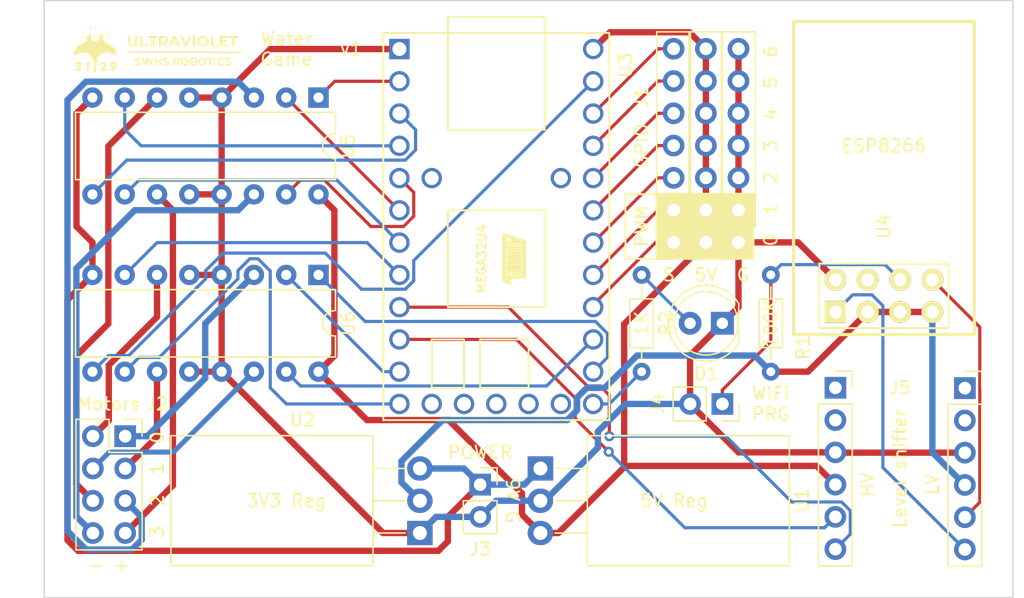
<source format=kicad_pcb>
(kicad_pcb (version 20211014) (generator pcbnew)
  (layers (0 "F.Cu" signal) (31 "B.Cu" signal) (34 "B.Paste" user) (35 "F.Paste" user) (36 "B.SilkS" user "B.Silkscreen") (37 "F.SilkS" user "F.Silkscreen") (38 "B.Mask" user) (39 "F.Mask" user) (44 "Edge.Cuts" user))
  (net 0 "")
  (net 1 "Net-(J1A1-Pad1)")
  (net 2 "Net-(J1A1-Pad2)")
  (net 3 "Net-(J1A1-Pad3)")
  (net 4 "Net-(J1A1-Pad4)")
  (net 5 "Net-(J1A1-Pad5)")
  (net 6 "Net-(J1A1-Pad6)")
  (net 7 "Net-(J1A1-Pad7)")
  (net 8 "Net-(J1B1-Pad1)")
  (net 9 "Net-(J1C1-Pad7)")
  (net 10 "Net-(J2-Pad5)")
  (net 11 "Net-(J2-Pad7)")
  (net 12 "Net-(J2-Pad8)")
  (net 13 "Net-(J3-Pad1)")
  (net 14 "Net-(J4-Pad1)")
  (net 17 "Net-(J5A1-Pad5)")
  (net 18 "Net-(J5A1-Pad6)")
  (net 21 "Net-(J5A2-Pad4)")
  (net 22 "Net-(J5A2-Pad5)")
  (net 23 "Net-(J5A2-Pad6)")
  (net 25 "Net-(U3-Pad3)")
  (net 26 "Net-(U3-Pad4)")
  (net 27 "Net-(U3-Pad5)")
  (net 28 "Net-(U3-Pad6)")
  (net 29 "Net-(U3-Pad7)")
  (net 30 "Net-(U3-Pad8)")
  (net 31 "Net-(U3-Pad11)")
  (net 32 "Net-(U3-Pad12)")
  (net 37 "Net-(R2-Pad1)")
  (net 38 "Net-(U3-Pad19)")
  (net 39 "Net-(U3-Pad20)")
  (net 40 "Net-(U3-Pad28)")
  (net 43 "Net-(U6-Pad3)")
  (net 44 "Net-(U6-Pad6)")
  (net 45 "Net-(U6-Pad11)")
  (net 46 "Net-(U6-Pad14)")
  (net 47 "Net-(U5-Pad6)")
  (net 48 "Net-(U3-Pad2)")
  (net 50 "Net-(U3-Pad18)")
  (footprint "Connector_PinSocket_2.54mm:PinSocket_1x02_P2.54mm_Vertical" (layer "F.Cu") (at 130.81 78.74 -90)
    (fp_text reference "J4" (at 0 5.08 -90) (layer "F.SilkS"))
    (fp_text value "Conn_01x02")
    (pad "1" thru_hole rect (at 0 0 270) (size 1.7 1.7) (drill 1) (layers *.Cu *.Mask) (net 14 "Net-(J4-Pad1)"))
    (pad "2" thru_hole oval (at 0 2.54 270) (size 1.7 1.7) (drill 1) (layers *.Cu *.Mask) (net 9 "Net-(J1C1-Pad7)"))
  )
  (footprint "Connector_PinSocket_2.54mm:PinSocket_1x07_P2.54mm_Vertical" (layer "F.Cu") (at 129.515 66.02 180)
    (fp_text reference "J1B1" hide)
    (fp_text value "Conn_01x07")
    (pad "1" thru_hole rect (at 0 0 180) (size 1.7 1.7) (drill 1) (layers *.Cu *.Mask) (net 8 "Net-(J1B1-Pad1)"))
    (pad "2" thru_hole oval (at 0 2.54 180) (size 1.7 1.7) (drill 1) (layers *.Cu *.Mask) (net 8 "Net-(J1B1-Pad1)"))
    (pad "3" thru_hole oval (at 0 5.08 180) (size 1.7 1.7) (drill 1) (layers *.Cu *.Mask) (net 8 "Net-(J1B1-Pad1)"))
    (pad "4" thru_hole oval (at 0 7.62 180) (size 1.7 1.7) (drill 1) (layers *.Cu *.Mask) (net 8 "Net-(J1B1-Pad1)"))
    (pad "5" thru_hole oval (at 0 10.16 180) (size 1.7 1.7) (drill 1) (layers *.Cu *.Mask) (net 8 "Net-(J1B1-Pad1)"))
    (pad "6" thru_hole oval (at 0 12.7 180) (size 1.7 1.7) (drill 1) (layers *.Cu *.Mask) (net 8 "Net-(J1B1-Pad1)"))
    (pad "7" thru_hole oval (at 0 15.24 180) (size 1.7 1.7) (drill 1) (layers *.Cu *.Mask) (net 8 "Net-(J1B1-Pad1)"))
  )
  (footprint "Resistor_THT:R_Axial_DIN0204_L3.6mm_D1.6mm_P7.62mm_Horizontal" (layer "F.Cu") (at 124.46 68.58 -90)
    (fp_text reference "R2" (at 3.81 -1.92 90) (layer "F.SilkS"))
    (fp_text value "R")
    (pad "1" thru_hole circle (at 0 0 270) (size 1.4 1.4) (drill 0.7) (layers *.Cu *.Mask) (net 37 "Net-(R2-Pad1)"))
    (pad "2" thru_hole oval (at 7.62 0 270) (size 1.4 1.4) (drill 0.7) (layers *.Cu *.Mask) (net 50 "Net-(U3-Pad18)"))
  )
  (footprint "Connector_PinSocket_2.54mm:PinSocket_1x02_P2.54mm_Vertical" (layer "F.Cu") (at 111.76 85.09)
    (fp_text reference "J3" hide)
    (fp_text value "Conn_01x02")
    (pad "1" thru_hole rect (at 0 0) (size 1.7 1.7) (drill 1) (layers *.Cu *.Mask) (net 13 "Net-(J3-Pad1)"))
    (pad "2" thru_hole oval (at 0 2.54) (size 1.7 1.7) (drill 1) (layers *.Cu *.Mask) (net 9 "Net-(J1C1-Pad7)"))
  )
  (footprint "LED_THT:LED_D5.0mm" (layer "F.Cu") (at 130.81 72.39 180)
    (fp_text reference "D1" (at 1.27 -3.96) (layer "F.SilkS"))
    (fp_text value "LED")
    (pad "1" thru_hole rect (at 0 0 180) (size 1.8 1.8) (drill 0.9) (layers *.Cu *.Mask) (net 9 "Net-(J1C1-Pad7)"))
    (pad "2" thru_hole circle (at 2.54 0 180) (size 1.8 1.8) (drill 0.9) (layers *.Cu *.Mask) (net 37 "Net-(R2-Pad1)"))
  )
  (footprint "Connector_PinSocket_2.54mm:PinSocket_2x04_P2.54mm_Vertical" (layer "F.Cu") (at 83.84 81.28)
    (fp_text reference "J2" (at 2.52 -2.54) (layer "F.SilkS"))
    (fp_text value "Conn_02x04_Odd_Even")
    (pad "1" thru_hole rect (at 0 0) (size 1.7 1.7) (drill 1) (layers *.Cu *.Mask) (net 43 "Net-(U6-Pad3)"))
    (pad "2" thru_hole oval (at -2.54 0) (size 1.7 1.7) (drill 1) (layers *.Cu *.Mask) (net 44 "Net-(U6-Pad6)"))
    (pad "3" thru_hole oval (at 0 2.54) (size 1.7 1.7) (drill 1) (layers *.Cu *.Mask) (net 45 "Net-(U6-Pad11)"))
    (pad "4" thru_hole oval (at -2.54 2.54) (size 1.7 1.7) (drill 1) (layers *.Cu *.Mask) (net 46 "Net-(U6-Pad14)"))
    (pad "5" thru_hole oval (at 0 5.08) (size 1.7 1.7) (drill 1) (layers *.Cu *.Mask) (net 10 "Net-(J2-Pad5)"))
    (pad "6" thru_hole oval (at -2.54 5.08) (size 1.7 1.7) (drill 1) (layers *.Cu *.Mask) (net 47 "Net-(U5-Pad6)"))
    (pad "7" thru_hole oval (at 0 7.62) (size 1.7 1.7) (drill 1) (layers *.Cu *.Mask) (net 11 "Net-(J2-Pad7)"))
    (pad "8" thru_hole oval (at -2.54 7.62) (size 1.7 1.7) (drill 1) (layers *.Cu *.Mask) (net 12 "Net-(J2-Pad8)"))
  )
  (footprint "Connector_PinSocket_2.54mm:PinSocket_1x06_P2.54mm_Vertical" (layer "F.Cu") (at 149.885 77.495)
    (fp_text reference "J5A2" hide)
    (fp_text value "Conn_01x06")
    (pad "1" thru_hole rect (at 0 0) (size 1.7 1.7) (drill 1) (layers *.Cu *.Mask))
    (pad "2" thru_hole oval (at 0 2.54) (size 1.7 1.7) (drill 1) (layers *.Cu *.Mask))
    (pad "3" thru_hole oval (at 0 5.08) (size 1.7 1.7) (drill 1) (layers *.Cu *.Mask) (net 9 "Net-(J1C1-Pad7)"))
    (pad "4" thru_hole oval (at 0 7.62) (size 1.7 1.7) (drill 1) (layers *.Cu *.Mask) (net 21 "Net-(J5A2-Pad4)"))
    (pad "5" thru_hole oval (at 0 10.16) (size 1.7 1.7) (drill 1) (layers *.Cu *.Mask) (net 22 "Net-(J5A2-Pad5)"))
    (pad "6" thru_hole oval (at 0 12.7) (size 1.7 1.7) (drill 1) (layers *.Cu *.Mask) (net 23 "Net-(J5A2-Pad6)"))
  )
  (footprint "Connector_PinSocket_2.54mm:PinSocket_1x07_P2.54mm_Vertical" (layer "F.Cu") (at 132.08 66.02 180)
    (fp_text reference "J1C1" hide)
    (fp_text value "Conn_01x07")
    (pad "1" thru_hole rect (at 0 0 180) (size 1.7 1.7) (drill 1) (layers *.Cu *.Mask) (net 9 "Net-(J1C1-Pad7)"))
    (pad "2" thru_hole oval (at 0 2.54 180) (size 1.7 1.7) (drill 1) (layers *.Cu *.Mask) (net 9 "Net-(J1C1-Pad7)"))
    (pad "3" thru_hole oval (at 0 5.08 180) (size 1.7 1.7) (drill 1) (layers *.Cu *.Mask) (net 9 "Net-(J1C1-Pad7)"))
    (pad "4" thru_hole oval (at 0 7.62 180) (size 1.7 1.7) (drill 1) (layers *.Cu *.Mask) (net 9 "Net-(J1C1-Pad7)"))
    (pad "5" thru_hole oval (at 0 10.16 180) (size 1.7 1.7) (drill 1) (layers *.Cu *.Mask) (net 9 "Net-(J1C1-Pad7)"))
    (pad "6" thru_hole oval (at 0 12.7 180) (size 1.7 1.7) (drill 1) (layers *.Cu *.Mask) (net 9 "Net-(J1C1-Pad7)"))
    (pad "7" thru_hole oval (at 0 15.24 180) (size 1.7 1.7) (drill 1) (layers *.Cu *.Mask) (net 9 "Net-(J1C1-Pad7)"))
  )
  (footprint "Connector_PinSocket_2.54mm:PinSocket_1x06_P2.54mm_Vertical" (layer "F.Cu") (at 139.7 77.47)
    (fp_text reference "J5A1" hide)
    (fp_text value "Conn_01x06")
    (pad "1" thru_hole rect (at 0 0) (size 1.7 1.7) (drill 1) (layers *.Cu *.Mask))
    (pad "2" thru_hole oval (at 0 2.54) (size 1.7 1.7) (drill 1) (layers *.Cu *.Mask))
    (pad "3" thru_hole oval (at 0 5.08) (size 1.7 1.7) (drill 1) (layers *.Cu *.Mask) (net 9 "Net-(J1C1-Pad7)"))
    (pad "4" thru_hole oval (at 0 7.62) (size 1.7 1.7) (drill 1) (layers *.Cu *.Mask) (net 8 "Net-(J1B1-Pad1)"))
    (pad "5" thru_hole oval (at 0 10.16) (size 1.7 1.7) (drill 1) (layers *.Cu *.Mask) (net 17 "Net-(J5A1-Pad5)"))
    (pad "6" thru_hole oval (at 0 12.7) (size 1.7 1.7) (drill 1) (layers *.Cu *.Mask) (net 18 "Net-(J5A1-Pad6)"))
  )
  (footprint "graphics:logo_inverted_small" (layer "F.Cu") (at 86.36 50.8)
    (fp_text reference "G***" hide)
    (fp_text value "LOGO" hide)
  )
  (footprint "Resistor_THT:R_Axial_DIN0204_L3.6mm_D1.6mm_P7.62mm_Horizontal" (layer "F.Cu") (at 134.62 68.58 -90)
    (fp_text reference "R1" (at 5.73 -2.54 -270) (layer "F.SilkS"))
    (fp_text value "R")
    (pad "1" thru_hole circle (at 0 0 270) (size 1.4 1.4) (drill 0.7) (layers *.Cu *.Mask) (net 14 "Net-(J4-Pad1)"))
    (pad "2" thru_hole oval (at 7.62 0 270) (size 1.4 1.4) (drill 0.7) (layers *.Cu *.Mask) (net 21 "Net-(J5A2-Pad4)"))
  )
  (footprint "Connector_PinSocket_2.54mm:PinSocket_1x07_P2.54mm_Vertical" (layer "F.Cu") (at 126.975 66.02 180)
    (fp_text reference "J1A1" hide)
    (fp_text value "Conn_01x07")
    (pad "1" thru_hole rect (at 0 0 180) (size 1.7 1.7) (drill 1) (layers *.Cu *.Mask) (net 1 "Net-(J1A1-Pad1)"))
    (pad "2" thru_hole oval (at 0 2.54 180) (size 1.7 1.7) (drill 1) (layers *.Cu *.Mask) (net 2 "Net-(J1A1-Pad2)"))
    (pad "3" thru_hole oval (at 0 5.08 180) (size 1.7 1.7) (drill 1) (layers *.Cu *.Mask) (net 3 "Net-(J1A1-Pad3)"))
    (pad "4" thru_hole oval (at 0 7.62 180) (size 1.7 1.7) (drill 1) (layers *.Cu *.Mask) (net 4 "Net-(J1A1-Pad4)"))
    (pad "5" thru_hole oval (at 0 10.16 180) (size 1.7 1.7) (drill 1) (layers *.Cu *.Mask) (net 5 "Net-(J1A1-Pad5)"))
    (pad "6" thru_hole oval (at 0 12.7 180) (size 1.7 1.7) (drill 1) (layers *.Cu *.Mask) (net 6 "Net-(J1A1-Pad6)"))
    (pad "7" thru_hole oval (at 0 15.24 180) (size 1.7 1.7) (drill 1) (layers *.Cu *.Mask) (net 7 "Net-(J1A1-Pad7)"))
  )
  (footprint "Package_DIP:DIP-16_W7.62mm" (layer "F.Cu") (at 99.045 54.62 -90)
    (fp_text reference "U5" (at 3.81 -2.33 90) (layer "F.SilkS"))
    (fp_text value "L293D")
    (pad "1" thru_hole rect (at 0 0 270) (size 1.6 1.6) (drill 0.8) (layers *.Cu *.Mask) (net 48 "Net-(U3-Pad2)"))
    (pad "2" thru_hole oval (at 0 2.54 270) (size 1.6 1.6) (drill 0.8) (layers *.Cu *.Mask) (net 28 "Net-(U3-Pad6)"))
    (pad "3" thru_hole oval (at 0 5.08 270) (size 1.6 1.6) (drill 0.8) (layers *.Cu *.Mask) (net 10 "Net-(J2-Pad5)"))
    (pad "4" thru_hole oval (at 0 7.62 270) (size 1.6 1.6) (drill 0.8) (layers *.Cu *.Mask) (net 9 "Net-(J1C1-Pad7)"))
    (pad "5" thru_hole oval (at 0 10.16 270) (size 1.6 1.6) (drill 0.8) (layers *.Cu *.Mask) (net 9 "Net-(J1C1-Pad7)"))
    (pad "6" thru_hole oval (at 0 12.7 270) (size 1.6 1.6) (drill 0.8) (layers *.Cu *.Mask) (net 47 "Net-(U5-Pad6)"))
    (pad "7" thru_hole oval (at 0 15.24 270) (size 1.6 1.6) (drill 0.8) (layers *.Cu *.Mask) (net 26 "Net-(U3-Pad4)"))
    (pad "8" thru_hole oval (at 0 17.78 270) (size 1.6 1.6) (drill 0.8) (layers *.Cu *.Mask) (net 13 "Net-(J3-Pad1)"))
    (pad "9" thru_hole oval (at 7.62 17.78 270) (size 1.6 1.6) (drill 0.8) (layers *.Cu *.Mask) (net 25 "Net-(U3-Pad3)"))
    (pad "10" thru_hole oval (at 7.62 15.24 270) (size 1.6 1.6) (drill 0.8) (layers *.Cu *.Mask) (net 29 "Net-(U3-Pad7)"))
    (pad "11" thru_hole oval (at 7.62 12.7 270) (size 1.6 1.6) (drill 0.8) (layers *.Cu *.Mask) (net 11 "Net-(J2-Pad7)"))
    (pad "12" thru_hole oval (at 7.62 10.16 270) (size 1.6 1.6) (drill 0.8) (layers *.Cu *.Mask) (net 9 "Net-(J1C1-Pad7)"))
    (pad "13" thru_hole oval (at 7.62 7.62 270) (size 1.6 1.6) (drill 0.8) (layers *.Cu *.Mask) (net 9 "Net-(J1C1-Pad7)"))
    (pad "14" thru_hole oval (at 7.62 5.08 270) (size 1.6 1.6) (drill 0.8) (layers *.Cu *.Mask) (net 12 "Net-(J2-Pad8)"))
    (pad "15" thru_hole oval (at 7.62 2.54 270) (size 1.6 1.6) (drill 0.8) (layers *.Cu *.Mask) (net 27 "Net-(U3-Pad5)"))
    (pad "16" thru_hole oval (at 7.62 0 270) (size 1.6 1.6) (drill 0.8) (layers *.Cu *.Mask) (net 8 "Net-(J1B1-Pad1)"))
  )
  (footprint "ESP8266:ESP-01" (layer "F.Cu") (at 139.71 71.501 90)
    (fp_text reference "U4" (at 6.731 3.8 90) (layer "F.SilkS"))
    (fp_text value "ESP-01v090")
    (pad "1" thru_hole rect locked (at 0 0 90) (size 1.7272 1.7272) (drill 1.016) (layers *.Cu *.Mask "F.SilkS") (net 23 "Net-(J5A2-Pad6)"))
    (pad "2" thru_hole oval locked (at 2.54 0 90) (size 1.7272 1.7272) (drill 1.016) (layers *.Cu *.Mask "F.SilkS") (net 9 "Net-(J1C1-Pad7)"))
    (pad "3" thru_hole oval locked (at 0 2.54 90) (size 1.7272 1.7272) (drill 1.016) (layers *.Cu *.Mask "F.SilkS") (net 21 "Net-(J5A2-Pad4)"))
    (pad "4" thru_hole oval locked (at 2.54 2.54 90) (size 1.7272 1.7272) (drill 1.016) (layers *.Cu *.Mask "F.SilkS"))
    (pad "5" thru_hole oval locked (at 0 5.08 90) (size 1.7272 1.7272) (drill 1.016) (layers *.Cu *.Mask "F.SilkS") (net 21 "Net-(J5A2-Pad4)"))
    (pad "6" thru_hole oval locked (at 2.54 5.08 90) (size 1.7272 1.7272) (drill 1.016) (layers *.Cu *.Mask "F.SilkS") (net 14 "Net-(J4-Pad1)"))
    (pad "7" thru_hole oval locked (at 0 7.62 90) (size 1.7272 1.7272) (drill 1.016) (layers *.Cu *.Mask "F.SilkS") (net 21 "Net-(J5A2-Pad4)"))
    (pad "8" thru_hole oval locked (at 2.54 7.62 90) (size 1.7272 1.7272) (drill 1.016) (layers *.Cu *.Mask "F.SilkS") (net 22 "Net-(J5A2-Pad5)"))
  )
  (footprint "teensy:Teensy2.0" (layer "F.Cu") (at 113.03 64.77 -90)
    (fp_text reference "U3" (at -12.7 -10.16 90) (layer "F.SilkS"))
    (fp_text value "Teensy2.0_(Arduino)")
    (fp_text user "MEGA32U4" (at 2.54 1.143 90) (layer "F.SilkS") (effects (font (size 0.7 0.7))))
    (pad "1" thru_hole rect locked (at -13.97 7.62 270) (size 1.6 1.6) (drill 1.1) (layers *.Cu *.Mask) (net 9 "Net-(J1C1-Pad7)"))
    (pad "2" thru_hole circle locked (at -11.43 7.62 270) (size 1.6 1.6) (drill 1.1) (layers *.Cu *.Mask) (net 48 "Net-(U3-Pad2)"))
    (pad "3" thru_hole circle locked (at -8.89 7.62 270) (size 1.6 1.6) (drill 1.1) (layers *.Cu *.Mask) (net 25 "Net-(U3-Pad3)"))
    (pad "4" thru_hole circle locked (at -6.35 7.62 270) (size 1.6 1.6) (drill 1.1) (layers *.Cu *.Mask) (net 26 "Net-(U3-Pad4)"))
    (pad "5" thru_hole circle locked (at -3.81 7.62 270) (size 1.6 1.6) (drill 1.1) (layers *.Cu *.Mask) (net 27 "Net-(U3-Pad5)"))
    (pad "6" thru_hole circle locked (at -1.27 7.62 270) (size 1.6 1.6) (drill 1.1) (layers *.Cu *.Mask) (net 28 "Net-(U3-Pad6)"))
    (pad "7" thru_hole circle locked (at 1.27 7.62 270) (size 1.6 1.6) (drill 1.1) (layers *.Cu *.Mask) (net 29 "Net-(U3-Pad7)"))
    (pad "8" thru_hole circle locked (at 3.81 7.62 270) (size 1.6 1.6) (drill 1.1) (layers *.Cu *.Mask) (net 30 "Net-(U3-Pad8)"))
    (pad "9" thru_hole circle locked (at 6.35 7.62 270) (size 1.6 1.6) (drill 1.1) (layers *.Cu *.Mask) (net 18 "Net-(J5A1-Pad6)"))
    (pad "10" thru_hole circle locked (at 8.89 7.62 270) (size 1.6 1.6) (drill 1.1) (layers *.Cu *.Mask) (net 17 "Net-(J5A1-Pad5)"))
    (pad "11" thru_hole circle locked (at 11.43 7.62 270) (size 1.6 1.6) (drill 1.1) (layers *.Cu *.Mask) (net 31 "Net-(U3-Pad11)"))
    (pad "12" thru_hole circle locked (at 13.97 7.62 270) (size 1.6 1.6) (drill 1.1) (layers *.Cu *.Mask) (net 32 "Net-(U3-Pad12)"))
    (pad "13" thru_hole circle locked (at 13.97 5.08 270) (size 1.6 1.6) (drill 1.1) (layers *.Cu *.Mask))
    (pad "14" thru_hole circle locked (at 13.97 2.54 270) (size 1.6 1.6) (drill 1.1) (layers *.Cu *.Mask))
    (pad "15" thru_hole circle locked (at 13.97 0 270) (size 1.6 1.6) (drill 1.1) (layers *.Cu *.Mask))
    (pad "16" thru_hole circle locked (at 13.97 -2.54 270) (size 1.6 1.6) (drill 1.1) (layers *.Cu *.Mask))
    (pad "17" thru_hole circle locked (at 13.97 -5.08 270) (size 1.6 1.6) (drill 1.1) (layers *.Cu *.Mask))
    (pad "18" thru_hole circle locked (at 13.97 -7.62 270) (size 1.6 1.6) (drill 1.1) (layers *.Cu *.Mask) (net 50 "Net-(U3-Pad18)"))
    (pad "19" thru_hole circle locked (at 11.43 -7.62 270) (size 1.6 1.6) (drill 1.1) (layers *.Cu *.Mask) (net 38 "Net-(U3-Pad19)"))
    (pad "20" thru_hole circle locked (at 8.89 -7.62 270) (size 1.6 1.6) (drill 1.1) (layers *.Cu *.Mask) (net 39 "Net-(U3-Pad20)"))
    (pad "21" thru_hole circle locked (at 6.35 -7.62 270) (size 1.6 1.6) (drill 1.1) (layers *.Cu *.Mask) (net 1 "Net-(J1A1-Pad1)"))
    (pad "22" thru_hole circle locked (at 3.81 -7.62 270) (size 1.6 1.6) (drill 1.1) (layers *.Cu *.Mask) (net 2 "Net-(J1A1-Pad2)"))
    (pad "23" thru_hole circle locked (at 1.27 -7.62 270) (size 1.6 1.6) (drill 1.1) (layers *.Cu *.Mask) (net 3 "Net-(J1A1-Pad3)"))
    (pad "24" thru_hole circle locked (at -1.27 -7.62 270) (size 1.6 1.6) (drill 1.1) (layers *.Cu *.Mask) (net 4 "Net-(J1A1-Pad4)"))
    (pad "25" thru_hole circle locked (at -3.81 -7.62 270) (size 1.6 1.6) (drill 1.1) (layers *.Cu *.Mask) (net 5 "Net-(J1A1-Pad5)"))
    (pad "26" thru_hole circle locked (at -6.35 -7.62 270) (size 1.6 1.6) (drill 1.1) (layers *.Cu *.Mask) (net 6 "Net-(J1A1-Pad6)"))
    (pad "27" thru_hole circle locked (at -8.89 -7.62 270) (size 1.6 1.6) (drill 1.1) (layers *.Cu *.Mask) (net 7 "Net-(J1A1-Pad7)"))
    (pad "28" thru_hole circle locked (at -11.43 -7.62 270) (size 1.6 1.6) (drill 1.1) (layers *.Cu *.Mask) (net 40 "Net-(U3-Pad28)"))
    (pad "29" thru_hole circle locked (at -13.97 -7.62 270) (size 1.6 1.6) (drill 1.1) (layers *.Cu *.Mask) (net 8 "Net-(J1B1-Pad1)"))
    (pad "30" thru_hole circle locked (at -3.81 5.08 270) (size 1.6 1.6) (drill 1.1) (layers *.Cu *.Mask))
    (pad "31" thru_hole circle locked (at -3.81 -5.08 270) (size 1.6 1.6) (drill 1.1) (layers *.Cu *.Mask))
  )
  (footprint "Package_TO_SOT_THT:TO-220-3_Horizontal_TabDown" (layer "F.Cu") (at 116.5 83.82 -90)
    (fp_text reference "U1" (at 2.54 -20.58 90) (layer "F.SilkS"))
    (fp_text value "LM7805_TO220")
    (pad "" np_thru_hole oval (at 2.54 -16.66 270) (size 3.5 3.5) (drill 3.5) (layers *.Cu *.Mask))
    (pad "1" thru_hole rect (at 0 0 270) (size 1.905 2) (drill 1.1) (layers *.Cu *.Mask) (net 13 "Net-(J3-Pad1)"))
    (pad "2" thru_hole oval (at 2.54 0 270) (size 1.905 2) (drill 1.1) (layers *.Cu *.Mask) (net 9 "Net-(J1C1-Pad7)"))
    (pad "3" thru_hole oval (at 5.08 0 270) (size 1.905 2) (drill 1.1) (layers *.Cu *.Mask) (net 8 "Net-(J1B1-Pad1)"))
  )
  (footprint "Package_DIP:DIP-16_W7.62mm" (layer "F.Cu") (at 99.045 68.58 -90)
    (fp_text reference "U6" (at 3.81 -2.33 90) (layer "F.SilkS"))
    (fp_text value "L293D")
    (pad "1" thru_hole rect (at 0 0 270) (size 1.6 1.6) (drill 0.8) (layers *.Cu *.Mask) (net 38 "Net-(U3-Pad19)"))
    (pad "2" thru_hole oval (at 0 2.54 270) (size 1.6 1.6) (drill 0.8) (layers *.Cu *.Mask) (net 31 "Net-(U3-Pad11)"))
    (pad "3" thru_hole oval (at 0 5.08 270) (size 1.6 1.6) (drill 0.8) (layers *.Cu *.Mask) (net 43 "Net-(U6-Pad3)"))
    (pad "4" thru_hole oval (at 0 7.62 270) (size 1.6 1.6) (drill 0.8) (layers *.Cu *.Mask) (net 9 "Net-(J1C1-Pad7)"))
    (pad "5" thru_hole oval (at 0 10.16 270) (size 1.6 1.6) (drill 0.8) (layers *.Cu *.Mask) (net 9 "Net-(J1C1-Pad7)"))
    (pad "6" thru_hole oval (at 0 12.7 270) (size 1.6 1.6) (drill 0.8) (layers *.Cu *.Mask) (net 44 "Net-(U6-Pad6)"))
    (pad "7" thru_hole oval (at 0 15.24 270) (size 1.6 1.6) (drill 0.8) (layers *.Cu *.Mask) (net 30 "Net-(U3-Pad8)"))
    (pad "8" thru_hole oval (at 0 17.78 270) (size 1.6 1.6) (drill 0.8) (layers *.Cu *.Mask) (net 13 "Net-(J3-Pad1)"))
    (pad "9" thru_hole oval (at 7.62 17.78 270) (size 1.6 1.6) (drill 0.8) (layers *.Cu *.Mask) (net 40 "Net-(U3-Pad28)"))
    (pad "10" thru_hole oval (at 7.62 15.24 270) (size 1.6 1.6) (drill 0.8) (layers *.Cu *.Mask) (net 32 "Net-(U3-Pad12)"))
    (pad "11" thru_hole oval (at 7.62 12.7 270) (size 1.6 1.6) (drill 0.8) (layers *.Cu *.Mask) (net 45 "Net-(U6-Pad11)"))
    (pad "12" thru_hole oval (at 7.62 10.16 270) (size 1.6 1.6) (drill 0.8) (layers *.Cu *.Mask) (net 9 "Net-(J1C1-Pad7)"))
    (pad "13" thru_hole oval (at 7.62 7.62 270) (size 1.6 1.6) (drill 0.8) (layers *.Cu *.Mask) (net 9 "Net-(J1C1-Pad7)"))
    (pad "14" thru_hole oval (at 7.62 5.08 270) (size 1.6 1.6) (drill 0.8) (layers *.Cu *.Mask) (net 46 "Net-(U6-Pad14)"))
    (pad "15" thru_hole oval (at 7.62 2.54 270) (size 1.6 1.6) (drill 0.8) (layers *.Cu *.Mask) (net 39 "Net-(U3-Pad20)"))
    (pad "16" thru_hole oval (at 7.62 0 270) (size 1.6 1.6) (drill 0.8) (layers *.Cu *.Mask) (net 8 "Net-(J1B1-Pad1)"))
  )
  (footprint "Package_TO_SOT_THT:TO-220-3_Horizontal_TabDown" (layer "F.Cu") (at 107.02 88.9 90)
    (fp_text reference "U2" (at 8.89 -9.23 180) (layer "F.SilkS"))
    (fp_text value "LD33V")
    (pad "" np_thru_hole oval (at 2.54 -16.66 90) (size 3.5 3.5) (drill 3.5) (layers *.Cu *.Mask))
    (pad "1" thru_hole rect (at 0 0 90) (size 1.905 2) (drill 1.1) (layers *.Cu *.Mask) (net 9 "Net-(J1C1-Pad7)"))
    (pad "2" thru_hole oval (at 2.54 0 90) (size 1.905 2) (drill 1.1) (layers *.Cu *.Mask) (net 21 "Net-(J5A2-Pad4)"))
    (pad "3" thru_hole oval (at 5.08 0 90) (size 1.905 2) (drill 1.1) (layers *.Cu *.Mask) (net 13 "Net-(J3-Pad1)"))
  )
  (gr_rect (start 125.645 62.19) (end 133.265 67.31) (layer "F.SilkS") (width 0.15) (fill solid))
  (gr_rect (start 123.19 62.23) (end 125.645 67.31) (layer "F.SilkS") (width 0.15) (fill none))
  (gr_line (start 153.67 46.99) (end 77.47 46.99) (layer "Edge.Cuts") (width 0.1))
  (gr_line (start 153.67 93.98) (end 153.67 46.99) (layer "Edge.Cuts") (width 0.1))
  (gr_line (start 77.47 93.98) (end 153.67 93.98) (layer "Edge.Cuts") (width 0.1))
  (gr_line (start 77.47 46.99) (end 77.47 93.98) (layer "Edge.Cuts") (width 0.1))
  (gr_text "- +" (at 82.55 91.44) (layer "F.SilkS") (effects (font (size 1 1))))
  (gr_text "3V3 Reg" (at 96.52 86.36) (layer "F.SilkS") (effects (font (size 1 1))))
  (gr_text "PWM" (at 124.46 64.75 90) (layer "F.SilkS") (effects (font (size 1 1))))
  (gr_text "9V G" (at 114.3 86.36 270) (layer "F.SilkS") (effects (font (size 1 1))))
  (gr_text "1K" (at 124.46 72.39 90) (layer "F.SilkS") (effects (font (size 1 1))))
  (gr_text "Motors" (at 82.55 78.74) (layer "F.SilkS") (effects (font (size 1 1))))
  (gr_text "3  2  1  0" (at 86.36 85.09 90) (layer "F.SilkS") (effects (font (size 1 1))))
  (gr_text "0  1  2  3  4  5  6" (at 134.62 58.42 90) (layer "F.SilkS") (effects (font (size 1 1))))
  (gr_text "J5" (at 144.78 77.47) (layer "F.SilkS") (effects (font (size 1 1))))
  (gr_text "100K" (at 134.62 72.39 90) (layer "F.SilkS") (effects (font (size 1 1))))
  (gr_text "HV" (at 142.24 85.09 90) (layer "F.SilkS") (effects (font (size 1 1))))
  (gr_text "J1\n" (at 124.46 54.61 90) (layer "F.SilkS") (effects (font (size 1 1))))
  (gr_text "5V Reg" (at 127 86.36) (layer "F.SilkS") (effects (font (size 1 1))))
  (gr_text "S  5V  G" (at 129.54 68.58) (layer "F.SilkS") (effects (font (size 1 1))))
  (gr_text "LV\n" (at 147.32 85.09 90) (layer "F.SilkS") (effects (font (size 1 1))))
  (gr_text "POWER" (at 111.76 82.55) (layer "F.SilkS") (effects (font (size 1 1))))
  (gr_text "v1" (at 101.6 50.8) (layer "F.SilkS") (effects (font (size 1 1))))
  (gr_text "WiFi\nPRG" (at 134.62 78.74) (layer "F.SilkS") (effects (font (size 1 1))))
  (gr_text "GPIO" (at 124.46 58.42 90) (layer "F.SilkS") (effects (font (size 1 1))))
  (gr_text "Water\nGame" (at 96.52 50.8) (layer "F.SilkS") (effects (font (size 1 1))))
  (gr_text "J3" (at 111.76 90.17) (layer "F.SilkS") (effects (font (size 1 1))))
  (gr_text "Level shifter" (at 144.78 83.82 90) (layer "F.SilkS") (effects (font (size 1 1))))
  (gr_text "ESP8266" (at 143.51 58.42) (layer "F.SilkS") (effects (font (size 1 1))))
  (segment (start 125.571122 66.02) (end 120.65 70.941122) (width 0.25) (layer "F.Cu") (net 1))
  (segment (start 120.65 70.941122) (end 120.65 71.12) (width 0.25) (layer "F.Cu") (net 1))
  (segment (start 126.975 66.02) (end 125.571122 66.02) (width 0.25) (layer "F.Cu") (net 1))
  (segment (start 126.975 63.48) (end 125.75 63.48) (width 0.25) (layer "F.Cu") (net 2))
  (segment (start 125.75 63.48) (end 120.65 68.58) (width 0.25) (layer "F.Cu") (net 2))
  (segment (start 125.75 60.94) (end 120.65 66.04) (width 0.25) (layer "F.Cu") (net 3))
  (segment (start 126.975 60.94) (end 125.75 60.94) (width 0.25) (layer "F.Cu") (net 3))
  (segment (start 125.75 58.4) (end 120.65 63.5) (width 0.25) (layer "F.Cu") (net 4))
  (segment (start 126.975 58.4) (end 125.75 58.4) (width 0.25) (layer "F.Cu") (net 4))
  (segment (start 126.975 55.86) (end 125.75 55.86) (width 0.25) (layer "F.Cu") (net 5))
  (segment (start 125.75 55.86) (end 120.65 60.96) (width 0.25) (layer "F.Cu") (net 5))
  (segment (start 125.75 53.32) (end 120.65 58.42) (width 0.25) (layer "F.Cu") (net 6))
  (segment (start 126.975 53.32) (end 125.75 53.32) (width 0.25) (layer "F.Cu") (net 6))
  (segment (start 125.75 50.78) (end 120.65 55.88) (width 0.25) (layer "F.Cu") (net 7))
  (segment (start 126.975 50.78) (end 125.75 50.78) (width 0.25) (layer "F.Cu") (net 7))
  (segment (start 116.5 88.9) (end 117.905 88.9) (width 0.5) (layer "F.Cu") (net 8))
  (segment (start 117.905 88.9) (end 123.0875 83.7175) (width 0.5) (layer "F.Cu") (net 8))
  (segment (start 129.515 66.02) (end 123.0875 72.4475) (width 0.5) (layer "F.Cu") (net 8))
  (segment (start 120.65 50.8) (end 121.969511 49.480489) (width 0.5) (layer "F.Cu") (net 8))
  (segment (start 129.515 55.86) (end 129.515 58.4) (width 0.5) (layer "F.Cu") (net 8))
  (segment (start 121.969511 49.480489) (end 128.215489 49.480489) (width 0.5) (layer "F.Cu") (net 8))
  (segment (start 102.855 80.01) (end 99.045 76.2) (width 0.5) (layer "F.Cu") (net 8))
  (segment (start 115.05048 85.781458) (end 109.279022 80.01) (width 0.5) (layer "F.Cu") (net 8))
  (segment (start 123.0875 72.4475) (end 123.0875 83.7175) (width 0.5) (layer "F.Cu") (net 8))
  (segment (start 139.7 85.09) (end 138.225 83.615) (width 0.5) (layer "F.Cu") (net 8))
  (segment (start 129.515 66.02) (end 129.515 63.48) (width 0.5) (layer "F.Cu") (net 8))
  (segment (start 129.515 60.94) (end 129.515 58.4) (width 0.5) (layer "F.Cu") (net 8))
  (segment (start 116.5 88.9) (end 115.05048 87.45048) (width 0.5) (layer "F.Cu") (net 8))
  (segment (start 100.294511 63.489511) (end 99.045 62.24) (width 0.5) (layer "F.Cu") (net 8))
  (segment (start 100.294511 74.950489) (end 100.294511 63.489511) (width 0.5) (layer "F.Cu") (net 8))
  (segment (start 115.05048 87.45048) (end 115.05048 85.781458) (width 0.5) (layer "F.Cu") (net 8))
  (segment (start 129.515 53.32) (end 129.515 55.86) (width 0.5) (layer "F.Cu") (net 8))
  (segment (start 128.215489 49.480489) (end 129.515 50.78) (width 0.5) (layer "F.Cu") (net 8))
  (segment (start 129.515 50.78) (end 129.515 53.32) (width 0.5) (layer "F.Cu") (net 8))
  (segment (start 99.045 76.2) (end 100.294511 74.950489) (width 0.5) (layer "F.Cu") (net 8))
  (segment (start 123.0875 83.7175) (end 123.19 83.615) (width 0.5) (layer "F.Cu") (net 8))
  (segment (start 138.225 83.615) (end 123.19 83.615) (width 0.5) (layer "F.Cu") (net 8))
  (segment (start 129.515 63.48) (end 129.515 60.94) (width 0.5) (layer "F.Cu") (net 8))
  (segment (start 109.279022 80.01) (end 102.855 80.01) (width 0.5) (layer "F.Cu") (net 8))
  (segment (start 139.7 82.55) (end 132.08 82.55) (width 0.5) (layer "F.Cu") (net 9))
  (segment (start 91.425 68.58) (end 88.885 68.58) (width 0.5) (layer "F.Cu") (net 9))
  (segment (start 132.08 71.12) (end 130.81 72.39) (width 0.5) (layer "F.Cu") (net 9))
  (segment (start 91.425 62.24) (end 91.425 55.895) (width 0.5) (layer "F.Cu") (net 9))
  (segment (start 132.08 66.02) (end 132.08 71.12) (width 0.5) (layer "F.Cu") (net 9))
  (segment (start 128.27 78.74) (end 128.27 74.93) (width 0.5) (layer "F.Cu") (net 9))
  (segment (start 132.08 82.55) (end 128.27 78.74) (width 0.5) (layer "F.Cu") (net 9))
  (segment (start 91.425 55.895) (end 91.44 55.88) (width 0.5) (layer "F.Cu") (net 9))
  (segment (start 91.425 55.865) (end 91.425 54.62) (width 0.5) (layer "F.Cu") (net 9))
  (segment (start 91.425 62.24) (end 88.885 62.24) (width 0.5) (layer "F.Cu") (net 9))
  (segment (start 139.725 82.575) (end 139.7 82.55) (width 0.5) (layer "F.Cu") (net 9))
  (segment (start 149.885 82.575) (end 139.725 82.575) (width 0.5) (layer "F.Cu") (net 9))
  (segment (start 128.27 74.93) (end 130.81 72.39) (width 0.5) (layer "F.Cu") (net 9))
  (segment (start 107.02 88.9) (end 104.125 88.9) (width 0.5) (layer "F.Cu") (net 9))
  (segment (start 132.08 53.32) (end 132.08 55.86) (width 0.5) (layer "F.Cu") (net 9))
  (segment (start 132.08 66.02) (end 136.769 66.02) (width 0.5) (layer "F.Cu") (net 9))
  (segment (start 91.425 76.2) (end 88.885 76.2) (width 0.5) (layer "F.Cu") (net 9))
  (segment (start 91.44 55.88) (end 91.425 55.865) (width 0.5) (layer "F.Cu") (net 9))
  (segment (start 132.08 50.78) (end 132.08 53.32) (width 0.5) (layer "F.Cu") (net 9))
  (segment (start 91.425 54.62) (end 88.885 54.62) (width 0.5) (layer "F.Cu") (net 9))
  (segment (start 132.08 63.48) (end 132.08 66.02) (width 0.5) (layer "F.Cu") (net 9))
  (segment (start 105.41 50.8) (end 95.245 50.8) (width 0.5) (layer "F.Cu") (net 9))
  (segment (start 91.425 76.2) (end 91.425 68.58) (width 0.5) (layer "F.Cu") (net 9))
  (segment (start 95.245 50.8) (end 91.425 54.62) (width 0.5) (layer "F.Cu") (net 9))
  (segment (start 91.425 68.58) (end 91.425 62.24) (width 0.5) (layer "F.Cu") (net 9))
  (segment (start 104.125 88.9) (end 91.425 76.2) (width 0.5) (layer "F.Cu") (net 9))
  (segment (start 136.769 66.02) (end 139.71 68.961) (width 0.5) (layer "F.Cu") (net 9))
  (segment (start 132.08 58.4) (end 132.08 60.94) (width 0.5) (layer "F.Cu") (net 9))
  (segment (start 132.08 60.94) (end 132.08 63.48) (width 0.5) (layer "F.Cu") (net 9))
  (segment (start 132.08 55.86) (end 132.08 58.4) (width 0.5) (layer "F.Cu") (net 9))
  (segment (start 113.03 86.36) (end 116.5 86.36) (width 0.5) (layer "B.Cu") (net 9))
  (segment (start 121.02319 80.90681) (end 123.19 78.74) (width 0.5) (layer "B.Cu") (net 9))
  (segment (start 116.84 86.36) (end 121.02319 82.17681) (width 0.5) (layer "B.Cu") (net 9))
  (segment (start 123.19 78.74) (end 128.27 78.74) (width 0.5) (layer "B.Cu") (net 9))
  (segment (start 108.29 87.63) (end 107.02 88.9) (width 0.5) (layer "B.Cu") (net 9))
  (segment (start 111.76 87.63) (end 108.29 87.63) (width 0.5) (layer "B.Cu") (net 9))
  (segment (start 111.76 87.63) (end 113.03 86.36) (width 0.5) (layer "B.Cu") (net 9))
  (segment (start 121.02319 82.17681) (end 121.02319 80.90681) (width 0.5) (layer "B.Cu") (net 9))
  (segment (start 116.5 86.36) (end 116.84 86.36) (width 0.5) (layer "B.Cu") (net 9))
  (segment (start 83.84 86.36) (end 85.139511 87.659511) (width 0.5) (layer "B.Cu") (net 10))
  (segment (start 79.30097 88.738757) (end 79.30097 54.816954) (width 0.5) (layer "B.Cu") (net 10))
  (segment (start 84.378276 90.199511) (end 80.761724 90.199511) (width 0.5) (layer "B.Cu") (net 10))
  (segment (start 79.30097 54.816954) (end 80.747435 53.370489) (width 0.5) (layer "B.Cu") (net 10))
  (segment (start 80.747435 53.370489) (end 92.715489 53.370489) (width 0.5) (layer "B.Cu") (net 10))
  (segment (start 85.139511 89.438276) (end 84.378276 90.199511) (width 0.5) (layer "B.Cu") (net 10))
  (segment (start 80.761724 90.199511) (end 79.30097 88.738757) (width 0.5) (layer "B.Cu") (net 10))
  (segment (start 85.139511 87.659511) (end 85.139511 89.438276) (width 0.5) (layer "B.Cu") (net 10))
  (segment (start 92.715489 53.370489) (end 93.965 54.62) (width 0.5) (layer "B.Cu") (net 10))
  (segment (start 86.345 62.24) (end 87.594511 63.489511) (width 0.5) (layer "F.Cu") (net 11))
  (segment (start 87.594511 85.145489) (end 83.84 88.9) (width 0.5) (layer "F.Cu") (net 11))
  (segment (start 87.594511 63.489511) (end 87.594511 85.145489) (width 0.5) (layer "F.Cu") (net 11))
  (segment (start 80.000489 68.077435) (end 84.588413 63.489511) (width 0.5) (layer "B.Cu") (net 12))
  (segment (start 81.3 88.9) (end 80.000489 87.600489) (width 0.5) (layer "B.Cu") (net 12))
  (segment (start 92.715489 63.489511) (end 93.965 62.24) (width 0.5) (layer "B.Cu") (net 12))
  (segment (start 80.000489 87.600489) (end 80.000489 68.077435) (width 0.5) (layer "B.Cu") (net 12))
  (segment (start 84.588413 63.489511) (end 92.715489 63.489511) (width 0.5) (layer "B.Cu") (net 12))
  (segment (start 80.01 55.875) (end 80.01 64.77) (width 0.5) (layer "F.Cu") (net 13))
  (segment (start 79.300969 70.544031) (end 79.300969 89.460969) (width 0.5) (layer "F.Cu") (net 13))
  (segment (start 81.265 54.62) (end 80.01 55.875) (width 0.5) (layer "F.Cu") (net 13))
  (segment (start 80.01 64.77) (end 81.265 66.025) (width 0.5) (layer "F.Cu") (net 13))
  (segment (start 109.22 89.551522) (end 109.22 87.63) (width 0.5) (layer "F.Cu") (net 13))
  (segment (start 109.22 87.63) (end 111.76 85.09) (width 0.5) (layer "F.Cu") (net 13))
  (segment (start 81.265 68.58) (end 79.300969 70.544031) (width 0.5) (layer "F.Cu") (net 13))
  (segment (start 81.265 66.025) (end 81.265 68.58) (width 0.5) (layer "F.Cu") (net 13))
  (segment (start 79.300969 89.460969) (end 80.142011 90.302011) (width 0.5) (layer "F.Cu") (net 13))
  (segment (start 80.142011 90.302011) (end 108.469511 90.302011) (width 0.5) (layer "F.Cu") (net 13))
  (segment (start 108.469511 90.302011) (end 109.22 89.551522) (width 0.5) (layer "F.Cu") (net 13))
  (segment (start 107.02 83.82) (end 110.49 83.82) (width 0.5) (layer "B.Cu") (net 13))
  (segment (start 110.49 83.82) (end 111.76 85.09) (width 0.5) (layer "B.Cu") (net 13))
  (segment (start 115.23 85.09) (end 116.5 83.82) (width 0.5) (layer "B.Cu") (net 13))
  (segment (start 111.76 85.09) (end 115.23 85.09) (width 0.5) (layer "B.Cu") (net 13))
  (segment (start 130.81 77.64) (end 134.62 73.83) (width 0.25) (layer "F.Cu") (net 14))
  (segment (start 134.62 73.83) (end 134.62 68.58) (width 0.25) (layer "F.Cu") (net 14))
  (segment (start 130.81 78.74) (end 130.81 77.64) (width 0.25) (layer "F.Cu") (net 14))
  (segment (start 143.601889 67.772889) (end 144.79 68.961) (width 0.25) (layer "B.Cu") (net 14))
  (segment (start 135.427111 67.772889) (end 143.601889 67.772889) (width 0.25) (layer "B.Cu") (net 14))
  (segment (start 134.62 68.58) (end 135.427111 67.772889) (width 0.25) (layer "B.Cu") (net 14))
  (segment (start 119.234511 78.274211) (end 119.234511 79.864511) (width 0.25) (layer "F.Cu") (net 17))
  (segment (start 119.234511 79.864511) (end 121.872701 82.502701) (width 0.25) (layer "F.Cu") (net 17))
  (segment (start 105.41 73.66) (end 114.6203 73.66) (width 0.25) (layer "F.Cu") (net 17))
  (segment (start 114.6203 73.66) (end 119.234511 78.274211) (width 0.25) (layer "F.Cu") (net 17))
  (via (at 121.872701 82.502701) (size 0.8) (drill 0.4) (layers "F.Cu" "B.Cu") (net 17))
  (segment (start 127.854521 88.484521) (end 138.845479 88.484521) (width 0.25) (layer "B.Cu") (net 17))
  (segment (start 121.872701 82.502701) (end 127.854521 88.484521) (width 0.25) (layer "B.Cu") (net 17))
  (segment (start 138.845479 88.484521) (end 139.7 87.63) (width 0.25) (layer "B.Cu") (net 17))
  (segment (start 120.184211 77.324511) (end 121.1955 77.324511) (width 0.25) (layer "F.Cu") (net 18))
  (segment (start 121.1955 77.324511) (end 121.92 78.049011) (width 0.25) (layer "F.Cu") (net 18))
  (segment (start 121.92 78.049011) (end 121.92 81.28) (width 0.25) (layer "F.Cu") (net 18))
  (segment (start 105.41 71.12) (end 113.9797 71.12) (width 0.25) (layer "F.Cu") (net 18))
  (segment (start 113.9797 71.12) (end 120.184211 77.324511) (width 0.25) (layer "F.Cu") (net 18))
  (via (at 121.92 81.28) (size 0.8) (drill 0.4) (layers "F.Cu" "B.Cu") (net 18))
  (segment (start 121.92 81.28) (end 131.084527 81.28) (width 0.25) (layer "B.Cu") (net 18))
  (segment (start 140.186499 86.455489) (end 140.874511 87.143501) (width 0.25) (layer "B.Cu") (net 18))
  (segment (start 131.084527 81.28) (end 136.260016 86.455489) (width 0.25) (layer "B.Cu") (net 18))
  (segment (start 140.874511 87.143501) (end 140.874511 88.995489) (width 0.25) (layer "B.Cu") (net 18))
  (segment (start 140.874511 88.995489) (end 139.7 90.17) (width 0.25) (layer "B.Cu") (net 18))
  (segment (start 136.260016 86.455489) (end 140.186499 86.455489) (width 0.25) (layer "B.Cu") (net 18))
  (segment (start 107.02 86.36) (end 106.68 86.36) (width 0.5) (layer "F.Cu") (net 21))
  (segment (start 134.62 76.2) (end 137.551 76.2) (width 0.5) (layer "F.Cu") (net 21))
  (segment (start 142.25 71.501) (end 144.79 71.501) (width 0.5) (layer "F.Cu") (net 21))
  (segment (start 137.551 76.2) (end 142.25 71.501) (width 0.5) (layer "F.Cu") (net 21))
  (segment (start 144.79 71.501) (end 147.33 71.501) (width 0.5) (layer "F.Cu") (net 21))
  (segment (start 121.564345 77.47) (end 124.104345 74.93) (width 0.5) (layer "B.Cu") (net 21))
  (segment (start 119.38 78.242924) (end 120.152924 77.47) (width 0.5) (layer "B.Cu") (net 21))
  (segment (start 107.02 86.36) (end 105.57048 84.91048) (width 0.5) (layer "B.Cu") (net 21))
  (segment (start 105.57048 83.239265) (end 108.799745 80.01) (width 0.5) (layer "B.Cu") (net 21))
  (segment (start 147.33 71.501) (end 147.33 82.56) (width 0.5) (layer "B.Cu") (net 21))
  (segment (start 105.57048 84.91048) (end 105.57048 83.239265) (width 0.5) (layer "B.Cu") (net 21))
  (segment (start 133.35 74.93) (end 134.62 76.2) (width 0.5) (layer "B.Cu") (net 21))
  (segment (start 120.152924 77.47) (end 121.564345 77.47) (width 0.5) (layer "B.Cu") (net 21))
  (segment (start 119.38 79.237076) (end 119.38 78.242924) (width 0.5) (layer "B.Cu") (net 21))
  (segment (start 124.104345 74.93) (end 133.35 74.93) (width 0.5) (layer "B.Cu") (net 21))
  (segment (start 118.607076 80.01) (end 119.38 79.237076) (width 0.5) (layer "B.Cu") (net 21))
  (segment (start 108.799745 80.01) (end 118.607076 80.01) (width 0.5) (layer "B.Cu") (net 21))
  (segment (start 147.33 82.56) (end 149.885 85.115) (width 0.5) (layer "B.Cu") (net 21))
  (segment (start 147.33 68.961) (end 151.059511 72.690511) (width 0.25) (layer "F.Cu") (net 22))
  (segment (start 151.059511 72.690511) (end 151.059511 73.730489) (width 0.25) (layer "F.Cu") (net 22))
  (segment (start 151.059511 86.480489) (end 149.885 87.655) (width 0.25) (layer "F.Cu") (net 22))
  (segment (start 151.059511 73.730489) (end 151.059511 86.480489) (width 0.25) (layer "F.Cu") (net 22))
  (segment (start 143.438111 83.748111) (end 143.438111 71.008867) (width 0.25) (layer "B.Cu") (net 23))
  (segment (start 143.438111 71.008867) (end 142.578355 70.149111) (width 0.25) (layer "B.Cu") (net 23))
  (segment (start 149.885 90.195) (end 143.438111 83.748111) (width 0.25) (layer "B.Cu") (net 23))
  (segment (start 141.061889 70.149111) (end 139.71 71.501) (width 0.25) (layer "B.Cu") (net 23))
  (segment (start 142.578355 70.149111) (end 141.061889 70.149111) (width 0.25) (layer "B.Cu") (net 23))
  (segment (start 105.875789 59.544511) (end 106.68 58.7403) (width 0.25) (layer "B.Cu") (net 25))
  (segment (start 106.68 58.7403) (end 106.68 57.15) (width 0.25) (layer "B.Cu") (net 25))
  (segment (start 81.265 62.24) (end 83.960489 59.544511) (width 0.25) (layer "B.Cu") (net 25))
  (segment (start 83.960489 59.544511) (end 105.875789 59.544511) (width 0.25) (layer "B.Cu") (net 25))
  (segment (start 106.68 57.15) (end 105.41 55.88) (width 0.25) (layer "B.Cu") (net 25))
  (segment (start 105.41 58.42) (end 85.09 58.42) (width 0.25) (layer "B.Cu") (net 26))
  (segment (start 83.805 57.135) (end 83.805 54.62) (width 0.25) (layer "B.Cu") (net 26))
  (segment (start 85.09 58.42) (end 83.805 57.135) (width 0.25) (layer "B.Cu") (net 26))
  (segment (start 105.7303 64.77) (end 103.1653 64.77) (width 0.25) (layer "F.Cu") (net 27))
  (segment (start 103.1653 64.77) (end 99.510789 61.115489) (width 0.25) (layer "F.Cu") (net 27))
  (segment (start 99.510789 61.115489) (end 97.629511 61.115489) (width 0.25) (layer "F.Cu") (net 27))
  (segment (start 105.41 60.96) (end 106.534511 62.084511) (width 0.25) (layer "F.Cu") (net 27))
  (segment (start 106.534511 63.965789) (end 105.7303 64.77) (width 0.25) (layer "F.Cu") (net 27))
  (segment (start 97.629511 61.115489) (end 96.505 62.24) (width 0.25) (layer "F.Cu") (net 27))
  (segment (start 106.534511 62.084511) (end 106.534511 63.965789) (width 0.25) (layer "F.Cu") (net 27))
  (segment (start 96.505 54.62) (end 105.385 63.5) (width 0.25) (layer "F.Cu") (net 28))
  (segment (start 105.385 63.5) (end 105.41 63.5) (width 0.25) (layer "F.Cu") (net 28))
  (segment (start 84.929511 61.115489) (end 100.485489 61.115489) (width 0.25) (layer "B.Cu") (net 29))
  (segment (start 100.485489 61.115489) (end 105.41 66.04) (width 0.25) (layer "B.Cu") (net 29))
  (segment (start 83.805 62.24) (end 84.929511 61.115489) (width 0.25) (layer "B.Cu") (net 29))
  (segment (start 102.87 66.04) (end 86.345 66.04) (width 0.25) (layer "B.Cu") (net 30))
  (segment (start 86.345 66.04) (end 83.805 68.58) (width 0.25) (layer "B.Cu") (net 30))
  (segment (start 105.41 68.58) (end 102.87 66.04) (width 0.25) (layer "B.Cu") (net 30))
  (segment (start 105.41 76.2) (end 104.125 76.2) (width 0.25) (layer "B.Cu") (net 31))
  (segment (start 104.125 76.2) (end 96.505 68.58) (width 0.25) (layer "B.Cu") (net 31))
  (segment (start 95.25 68.2747) (end 94.2853 67.31) (width 0.25) (layer "B.Cu") (net 32))
  (segment (start 84.929511 75.075489) (end 83.805 76.2) (width 0.25) (layer "B.Cu") (net 32))
  (segment (start 95.25 77.47) (end 95.25 68.2747) (width 0.25) (layer "B.Cu") (net 32))
  (segment (start 92.71 68.2447) (end 92.71 68.8853) (width 0.25) (layer "B.Cu") (net 32))
  (segment (start 93.6447 67.31) (end 92.71 68.2447) (width 0.25) (layer "B.Cu") (net 32))
  (segment (start 105.41 78.74) (end 96.52 78.74) (width 0.25) (layer "B.Cu") (net 32))
  (segment (start 86.519811 75.075489) (end 84.929511 75.075489) (width 0.25) (layer "B.Cu") (net 32))
  (segment (start 94.2853 67.31) (end 93.6447 67.31) (width 0.25) (layer "B.Cu") (net 32))
  (segment (start 96.52 78.74) (end 95.25 77.47) (width 0.25) (layer "B.Cu") (net 32))
  (segment (start 92.71 68.8853) (end 86.519811 75.075489) (width 0.25) (layer "B.Cu") (net 32))
  (segment (start 124.46 68.58) (end 128.27 72.39) (width 0.25) (layer "B.Cu") (net 37))
  (segment (start 121.774511 73.194211) (end 120.824811 72.244511) (width 0.25) (layer "B.Cu") (net 38))
  (segment (start 120.824811 72.244511) (end 102.709511 72.244511) (width 0.25) (layer "B.Cu") (net 38))
  (segment (start 120.65 76.2) (end 121.774511 75.075489) (width 0.25) (layer "B.Cu") (net 38))
  (segment (start 102.709511 72.244511) (end 99.045 68.58) (width 0.25) (layer "B.Cu") (net 38))
  (segment (start 121.774511 75.075489) (end 121.774511 73.194211) (width 0.25) (layer "B.Cu") (net 38))
  (segment (start 97.629511 77.324511) (end 116.985489 77.324511) (width 0.25) (layer "B.Cu") (net 39))
  (segment (start 96.505 76.2) (end 97.629511 77.324511) (width 0.25) (layer "B.Cu") (net 39))
  (segment (start 116.985489 77.324511) (end 120.65 73.66) (width 0.25) (layer "B.Cu") (net 39))
  (segment (start 82.535 74.93) (end 81.265 76.2) (width 0.25) (layer "B.Cu") (net 40))
  (segment (start 99.574502 66.86048) (end 91.55422 66.86048) (width 0.25) (layer "B.Cu") (net 40))
  (segment (start 106.534511 69.045789) (end 105.875789 69.704511) (width 0.25) (layer "B.Cu") (net 40))
  (segment (start 120.65 53.34) (end 106.534511 67.455489) (width 0.25) (layer "B.Cu") (net 40))
  (segment (start 90.17 68.8853) (end 84.1253 74.93) (width 0.25) (layer "B.Cu") (net 40))
  (segment (start 90.17 68.2447) (end 90.17 68.8853) (width 0.25) (layer "B.Cu") (net 40))
  (segment (start 84.1253 74.93) (end 82.535 74.93) (width 0.25) (layer "B.Cu") (net 40))
  (segment (start 106.534511 67.455489) (end 106.534511 69.045789) (width 0.25) (layer "B.Cu") (net 40))
  (segment (start 102.418533 69.704511) (end 99.574502 66.86048) (width 0.25) (layer "B.Cu") (net 40))
  (segment (start 91.55422 66.86048) (end 90.17 68.2447) (width 0.25) (layer "B.Cu") (net 40))
  (segment (start 105.875789 69.704511) (end 102.418533 69.704511) (width 0.25) (layer "B.Cu") (net 40))
  (segment (start 85.572076 81.28) (end 83.84 81.28) (width 0.5) (layer "B.Cu") (net 43))
  (segment (start 93.965 68.58) (end 90.134511 72.410489) (width 0.5) (layer "B.Cu") (net 43))
  (segment (start 90.134511 76.717565) (end 85.572076 81.28) (width 0.5) (layer "B.Cu") (net 43))
  (segment (start 90.134511 72.410489) (end 90.134511 76.717565) (width 0.5) (layer "B.Cu") (net 43))
  (segment (start 86.345 68.58) (end 86.345 71.892924) (width 0.5) (layer "F.Cu") (net 44))
  (segment (start 82.55 80.03) (end 81.3 81.28) (width 0.5) (layer "F.Cu") (net 44))
  (segment (start 82.55 75.687924) (end 82.55 80.03) (width 0.5) (layer "F.Cu") (net 44))
  (segment (start 86.345 71.892924) (end 82.55 75.687924) (width 0.5) (layer "F.Cu") (net 44))
  (segment (start 86.345 81.315) (end 83.84 83.82) (width 0.5) (layer "F.Cu") (net 45))
  (segment (start 86.345 76.2) (end 86.345 81.315) (width 0.5) (layer "F.Cu") (net 45))
  (segment (start 81.3 83.82) (end 82.590489 82.529511) (width 0.4) (layer "B.Cu") (net 46))
  (segment (start 82.590489 82.529511) (end 87.635489 82.529511) (width 0.4) (layer "B.Cu") (net 46))
  (segment (start 87.635489 82.529511) (end 93.965 76.2) (width 0.4) (layer "B.Cu") (net 46))
  (segment (start 82.514511 72.425489) (end 80.000489 74.939511) (width 0.5) (layer "F.Cu") (net 47))
  (segment (start 86.345 54.62) (end 82.514511 58.450489) (width 0.5) (layer "F.Cu") (net 47))
  (segment (start 80.000489 74.939511) (end 80.000489 85.060489) (width 0.5) (layer "F.Cu") (net 47))
  (segment (start 82.514511 58.450489) (end 82.514511 72.425489) (width 0.5) (layer "F.Cu") (net 47))
  (segment (start 80.000489 85.060489) (end 81.3 86.36) (width 0.5) (layer "F.Cu") (net 47))
  (segment (start 99.045 54.595) (end 99.045 54.62) (width 0.5) (layer "F.Cu") (net 48))
  (segment (start 100.325 53.34) (end 99.045 54.62) (width 0.25) (layer "F.Cu") (net 48))
  (segment (start 105.41 53.34) (end 100.325 53.34) (width 0.25) (layer "F.Cu") (net 48))
  (segment (start 121.92 78.74) (end 124.46 76.2) (width 0.25) (layer "B.Cu") (net 50))
  (segment (start 120.65 78.74) (end 121.92 78.74) (width 0.25) (layer "B.Cu") (net 50))
)
</source>
